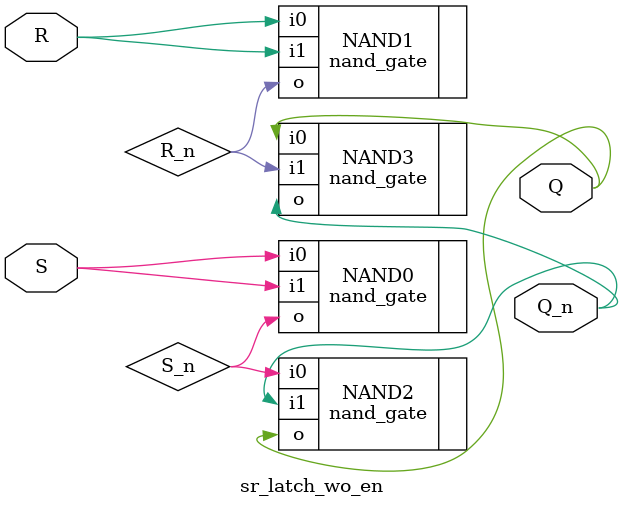
<source format=v>
`timescale 1ns / 1ps


module sr_latch_wo_en (S, R, Q, Q_n);
    input   wire    S, R;
    output  wire    Q, Q_n;
            wire    S_n, R_n;
    
    nand_gate NAND0 (.i0(S), .i1(S), .o(S_n));
    nand_gate NAND1 (.i0(R), .i1(R), .o(R_n));
    nand_gate NAND2 (.i0(S_n), .i1(Q_n), .o(Q));
    nand_gate NAND3 (.i0(Q), .i1(R_n), .o(Q_n));
endmodule
</source>
